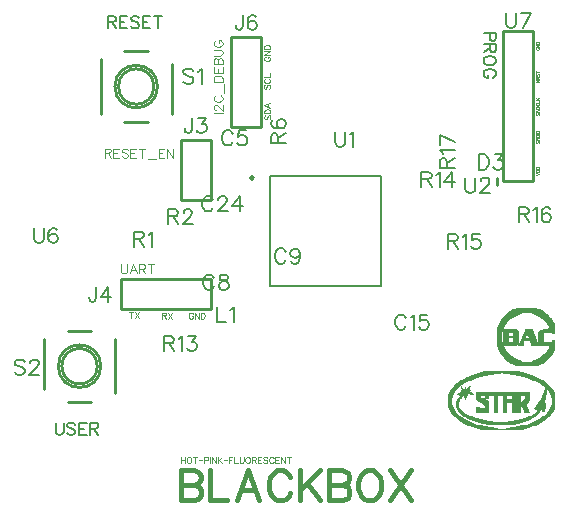
<source format=gbr>
%TF.GenerationSoftware,Novarm,DipTrace,3.3.0.1*%
%TF.CreationDate,2018-11-14T10:12:59-08:00*%
%FSLAX26Y26*%
%MOIN*%
%TF.FileFunction,Legend,Top*%
%TF.Part,Single*%
%ADD10C,0.009843*%
%ADD12C,0.003*%
%ADD32C,0.007874*%
%ADD97C,0.00772*%
%ADD98C,0.015439*%
%ADD99C,0.006176*%
%ADD100C,0.003088*%
%ADD101C,0.004632*%
%ADD102C,0.001544*%
G75*
G01*
%LPD*%
X2046406Y1506889D2*
D10*
Y1530511D1*
X993380Y1456031D2*
X1093380D1*
X993380Y1656031D2*
Y1456031D1*
Y1656031D2*
X1093380D1*
Y1456031D1*
X1093700Y1193700D2*
Y1093700D1*
X793700D1*
Y1193700D2*
Y1093700D1*
X1093700Y1193700D2*
X793700D1*
X1162112Y1999745D2*
X1262112D1*
Y1699745D1*
X1162112D2*
X1262112D1*
X1162112Y1999745D2*
Y1699745D1*
X774257Y1833997D2*
G02X774257Y1833997I70861J0D01*
G01*
X727000Y1924552D2*
Y1743441D1*
X805720Y1715871D2*
X884490D1*
X963235Y1743441D2*
Y1908797D1*
X884490Y1952122D2*
X805720D1*
X786046Y1833997D2*
G02X786046Y1833997I59059J0D01*
G01*
X585422Y901902D2*
G02X585422Y901902I70861J0D01*
G01*
X774400Y811347D2*
Y992457D1*
X695680Y1020027D2*
X616910D1*
X538165Y992457D2*
Y827101D1*
X616910Y783777D2*
X695680D1*
X597236Y901902D2*
G02X597236Y901902I59059J0D01*
G01*
X1292264Y1536375D2*
D32*
X1660391D1*
Y1168248D1*
X1292264D1*
Y1536375D1*
X1226337Y1529491D2*
D10*
G02X1226337Y1529491I4925J0D01*
G01*
X2068700Y1518699D2*
X2168700D1*
X2068700Y2018699D2*
Y1518699D1*
X2168700Y2018699D2*
Y1518699D1*
X2068700Y2018699D2*
X2168700D1*
X2115700Y1096949D2*
D12*
X2175700D1*
X2108327Y1093949D2*
X2182971D1*
X2101571Y1090949D2*
X2189436D1*
X2095529Y1087949D2*
X2195047D1*
X2090171Y1084949D2*
X2200066D1*
X2085362Y1081949D2*
X2204691D1*
X2081073Y1078949D2*
X2124940D1*
X2166110D2*
X2208897D1*
X2077328Y1075949D2*
X2116838D1*
X2173853D2*
X2212692D1*
X2073973Y1072949D2*
X2109893D1*
X2180741D2*
X2216221D1*
X2070919Y1069949D2*
X2104137D1*
X2186728D2*
X2219428D1*
X2068237Y1066949D2*
X2099284D1*
X2191721D2*
X2222095D1*
X2065943Y1063949D2*
X2094955D1*
X2195818D2*
X2224432D1*
X2063809Y1060949D2*
X2090802D1*
X2199339D2*
X2226625D1*
X2061723Y1057949D2*
X2086948D1*
X2202562D2*
X2228657D1*
X2059824Y1054949D2*
X2083732D1*
X2205638D2*
X2230671D1*
X2058114Y1051949D2*
X2081156D1*
X2208565D2*
X2232707D1*
X2056514Y1048949D2*
X2078894D1*
X2211195D2*
X2234575D1*
X2054976Y1045949D2*
X2076743D1*
X2213468D2*
X2236172D1*
X2053469Y1042949D2*
X2074730D1*
X2215595D2*
X2237376D1*
X2052060Y1039949D2*
X2072736D1*
X2217678D2*
X2238089D1*
X2050844Y1036949D2*
X2070809D1*
X2219567D2*
X2238444D1*
X2049787Y1033949D2*
X2069324D1*
X2221199D2*
X2238600D1*
X2048729Y1030949D2*
X2068443D1*
X2222551D2*
X2238663D1*
X2047810Y1027949D2*
X2067987D1*
X2223700D2*
X2238687D1*
X2047225Y1024949D2*
X2112700D1*
X2139700D2*
X2163700D1*
X2206416D2*
X2238696D1*
X2046924Y1021949D2*
X2115470D1*
X2142700D2*
X2164840D1*
X2195152D2*
X2238699D1*
X2046788Y1018949D2*
X2117521D1*
X2140840D2*
X2166117D1*
X2187935D2*
X2238700D1*
X2046733Y1015949D2*
X2061700D1*
X2067700D2*
X2118147D1*
X2139129D2*
X2167417D1*
X2185853D2*
X2238700D1*
X2046712Y1012949D2*
X2061700D1*
X2067700D2*
X2085700D1*
X2100700D2*
X2118460D1*
X2137534D2*
X2168585D1*
X2185215D2*
X2202700D1*
X2229700D2*
X2238700D1*
X2046704Y1009949D2*
X2061700D1*
X2067700D2*
X2085700D1*
X2100700D2*
X2118487D1*
X2136085D2*
X2169635D1*
X2184902D2*
X2202700D1*
X2046701Y1006949D2*
X2061700D1*
X2067700D2*
X2085700D1*
X2100700D2*
X2118079D1*
X2134853D2*
X2170792D1*
X2184774D2*
X2202700D1*
X2046700Y1003949D2*
X2061700D1*
X2067700D2*
X2117075D1*
X2133779D2*
X2142148D1*
X2152252D2*
X2172091D1*
X2184726D2*
X2202700D1*
X2046700Y1000949D2*
X2061700D1*
X2067700D2*
X2115700D1*
X2132613D2*
X2141096D1*
X2153304D2*
X2173405D1*
X2184709D2*
X2202700D1*
X2046700Y997949D2*
X2061700D1*
X2067700D2*
X2117085D1*
X2131299D2*
X2139700D1*
X2154700D2*
X2174580D1*
X2184703D2*
X2202700D1*
X2046700Y994949D2*
X2061700D1*
X2067700D2*
X2085700D1*
X2100700D2*
X2117946D1*
X2129890D2*
X2175624D1*
X2184701D2*
X2202700D1*
X2046700Y991949D2*
X2061700D1*
X2067700D2*
X2085700D1*
X2100700D2*
X2118382D1*
X2128435D2*
X2176702D1*
X2184700D2*
X2202700D1*
X2046700Y988949D2*
X2061700D1*
X2067700D2*
X2085700D1*
X2100700D2*
X2118576D1*
X2127030D2*
X2177749D1*
X2184700D2*
X2202700D1*
X2232700D2*
X2238700D1*
X2046700Y985949D2*
X2061700D1*
X2067700D2*
X2085700D1*
X2100700D2*
X2118657D1*
X2125786D2*
X2133700D1*
X2157110D2*
X2178700D1*
X2184700D2*
X2202700D1*
X2229700D2*
X2238700D1*
X2046700Y982949D2*
X2118700D1*
X2124700D2*
X2133700D1*
X2158865D2*
X2238700D1*
X2046712Y979949D2*
X2133700D1*
X2159873D2*
X2238700D1*
X2046817Y976949D2*
X2133700D1*
X2160383D2*
X2238700D1*
X2047200Y973949D2*
X2109700D1*
X2118700D2*
X2133700D1*
X2160700D2*
X2184700D1*
X2193700D2*
X2238700D1*
X2047930Y970949D2*
X2068175D1*
X2223700D2*
X2238700D1*
X2048804Y967949D2*
X2069025D1*
X2222548D2*
X2238700D1*
X2049722Y964949D2*
X2070195D1*
X2221166D2*
X2238688D1*
X2050824Y961949D2*
X2071556D1*
X2219484D2*
X2238583D1*
X2052114Y958949D2*
X2073104D1*
X2217585D2*
X2238189D1*
X2053514Y955949D2*
X2074973D1*
X2215660D2*
X2237353D1*
X2054976Y952949D2*
X2077291D1*
X2213587D2*
X2236096D1*
X2056469Y949949D2*
X2079949D1*
X2211173D2*
X2234460D1*
X2058071Y946949D2*
X2082797D1*
X2208476D2*
X2232577D1*
X2059961Y943949D2*
X2085736D1*
X2205611D2*
X2230658D1*
X2062275Y940949D2*
X2088724D1*
X2202655D2*
X2228586D1*
X2064830Y937949D2*
X2091833D1*
X2199559D2*
X2226173D1*
X2067309Y934949D2*
X2095342D1*
X2196056D2*
X2223475D1*
X2069635Y931949D2*
X2099676D1*
X2191723D2*
X2220611D1*
X2072225Y928949D2*
X2105161D1*
X2186238D2*
X2217667D1*
X2075424Y925949D2*
X2111878D1*
X2179522D2*
X2214677D1*
X2079017Y922949D2*
X2119578D1*
X2171822D2*
X2211579D1*
X2082806Y919949D2*
X2127700D1*
X2163700D2*
X2208176D1*
X2086879Y916949D2*
X2204235D1*
X2091368Y913949D2*
X2199583D1*
X2096610Y910949D2*
X2194107D1*
X2102866Y907949D2*
X2188001D1*
X2109700Y904949D2*
X2181700D1*
X2007200Y884449D2*
X2115200D1*
X1994978Y881449D2*
X2128447D1*
X1983617Y878449D2*
X2045684D1*
X2079716D2*
X2140690D1*
X1973362Y875449D2*
X2024180D1*
X2101220D2*
X2151419D1*
X1964286Y872449D2*
X2006508D1*
X2118892D2*
X2160513D1*
X1956131Y869449D2*
X1992163D1*
X2133237D2*
X2168464D1*
X1948791Y866449D2*
X1980549D1*
X2144851D2*
X2175808D1*
X1942364Y863449D2*
X1971207D1*
X2154193D2*
X2182501D1*
X1936705Y860449D2*
X1963494D1*
X2161906D2*
X2188413D1*
X1931422Y857449D2*
X1956717D1*
X2168683D2*
X2193849D1*
X1926366Y854449D2*
X1950406D1*
X2174994D2*
X2198969D1*
X1921732Y851449D2*
X1944387D1*
X2181001D2*
X2203543D1*
X1917455Y848449D2*
X1938735D1*
X2186559D2*
X2207556D1*
X1913296Y845449D2*
X1933555D1*
X2191463D2*
X2211383D1*
X1909346Y842449D2*
X1928818D1*
X2195863D2*
X2215284D1*
X1905852Y839449D2*
X1924558D1*
X1956200D2*
D3*
X2200061D2*
X2219025D1*
X1902927Y836449D2*
X1920823D1*
X1926200D2*
D3*
X1953200D2*
X1956200D1*
X2203914D2*
X2222195D1*
X1900508Y833449D2*
X1917472D1*
X1927349D2*
X1929200D1*
X1941200D2*
D3*
X1950200D2*
X1955051D1*
X2207319D2*
X2224765D1*
X1898232Y830449D2*
X1914418D1*
X1928716D2*
X1932200D1*
X1941200D2*
D3*
X1947200D2*
X1953684D1*
X2209066D2*
X2227115D1*
X1895839Y827449D2*
X1911737D1*
X1930357D2*
X1952043D1*
X2208998D2*
X2229540D1*
X1893504Y824449D2*
X1909443D1*
X1932200D2*
X1950200D1*
X2207613D2*
X2211200D1*
X2217778D2*
X2231889D1*
X1891452Y821449D2*
X1907309D1*
X1926200D2*
X1956200D1*
X2206075D2*
X2211200D1*
X2218918D2*
X2233933D1*
X1889667Y818449D2*
X1905223D1*
X1929200D2*
X1953200D1*
X2204520D2*
X2211188D1*
X2220519D2*
X2235615D1*
X1888046Y815449D2*
X1903324D1*
X1924596D2*
X1957804D1*
X1977200D2*
X2154200D1*
X2202980D2*
X2211083D1*
X2222208D2*
X2236854D1*
X1886600Y812449D2*
X1901614D1*
X1919523D2*
X1962877D1*
X1977200D2*
X2154200D1*
X2201464D2*
X2210700D1*
X2223834D2*
X2237581D1*
X1885471Y809449D2*
X1900026D1*
X1914200D2*
X1926200D1*
X1932097D2*
X1949261D1*
X1956200D2*
X1968200D1*
X1977200D2*
X2154200D1*
X2199965D2*
X2209982D1*
X2225391D2*
X2237941D1*
X1884790Y806449D2*
X1898581D1*
X1928818D2*
X1947668D1*
X1977200D2*
X2154200D1*
X2198558D2*
X2209213D1*
X2226813D2*
X2238099D1*
X1884449Y803449D2*
X1897352D1*
X1925482D2*
X1932212D1*
X1937610D2*
X1945732D1*
X1977200D2*
X1989578D1*
X2007200D2*
X2019200D1*
X2037200D2*
X2049200D1*
X2067200D2*
X2079200D1*
X2097200D2*
X2124200D1*
X2142200D2*
X2154200D1*
X2197343D2*
X2208678D1*
X2227945D2*
X2238163D1*
X1884297Y800449D2*
X1896290D1*
X1922443D2*
X1929317D1*
X1939365D2*
X1943962D1*
X1977200D2*
X1990430D1*
X2007200D2*
X2019200D1*
X2037200D2*
X2049200D1*
X2067200D2*
X2079200D1*
X2097200D2*
X2124200D1*
X2142177D2*
X2154200D1*
X2196287D2*
X2208294D1*
X2228728D2*
X2238187D1*
X1884236Y797449D2*
X1895230D1*
X1919794D2*
X1926711D1*
X1940373D2*
X1942627D1*
X1977223D2*
X1994552D1*
X2007200D2*
X2019200D1*
X2037200D2*
X2049200D1*
X2067200D2*
X2079200D1*
X2097200D2*
X2124200D1*
X2141942D2*
X2154200D1*
X2195218D2*
X2207785D1*
X2229451D2*
X2238196D1*
X1884213Y794449D2*
X1894310D1*
X1917433D2*
X1924535D1*
X1940883D2*
X1941793D1*
X1977470D2*
X2000390D1*
X2037200D2*
X2049200D1*
X2067200D2*
X2079200D1*
X2097200D2*
X2124200D1*
X2141380D2*
X2154188D1*
X2194169D2*
X2207013D1*
X2230321D2*
X2238199D1*
X1884204Y791449D2*
X1893726D1*
X1915420D2*
X1922698D1*
X1941200D2*
D3*
X1978067D2*
X2006836D1*
X2037200D2*
X2049200D1*
X2067200D2*
X2124200D1*
X2138639D2*
X2154071D1*
X2192980D2*
X2206224D1*
X2231140D2*
X2238200D1*
X1884201Y788449D2*
X1893436D1*
X1913763D2*
X1921057D1*
X1980739D2*
X2012274D1*
X2037200D2*
X2049200D1*
X2067200D2*
X2124200D1*
X2134720D2*
X2153560D1*
X2191090D2*
X2205705D1*
X2231581D2*
X2238200D1*
X1884200Y785449D2*
X1893406D1*
X1912537D2*
X1919604D1*
X1986369D2*
X2016458D1*
X2037200D2*
X2049200D1*
X2067200D2*
X2124200D1*
X2130200D2*
X2152589D1*
X2188354D2*
X2205530D1*
X2231485D2*
X2238200D1*
X1884200Y782449D2*
X1893732D1*
X1911815D2*
X1918473D1*
X1992787D2*
X2017886D1*
X2037200D2*
X2049200D1*
X2067200D2*
X2149870D1*
X2185413D2*
X2205784D1*
X2230896D2*
X2238200D1*
X1884200Y779449D2*
X1894441D1*
X1911457D2*
X1917791D1*
X1998694D2*
X2018647D1*
X2037200D2*
X2049200D1*
X2067200D2*
X2079200D1*
X2097200D2*
X2146290D1*
X2182904D2*
X2206450D1*
X2230169D2*
X2238200D1*
X1884200Y776449D2*
X1895308D1*
X1911300D2*
X1917449D1*
X2003576D2*
X2018986D1*
X2037200D2*
X2049200D1*
X2067200D2*
X2079200D1*
X2097200D2*
X2142200D1*
X2180865D2*
X2207198D1*
X2229561D2*
X2238200D1*
X1884212Y773449D2*
X1896223D1*
X1911237D2*
X1917309D1*
X2005755D2*
X2019122D1*
X2037200D2*
X2049200D1*
X2067200D2*
X2079200D1*
X2097200D2*
X2144048D1*
X2179114D2*
X2207703D1*
X2228896D2*
X2238200D1*
X1884317Y770449D2*
X1897324D1*
X1911225D2*
X1917365D1*
X2006531D2*
X2019173D1*
X2037200D2*
X2049200D1*
X2067200D2*
X2079200D1*
X2097200D2*
X2145666D1*
X2177504D2*
X2207873D1*
X2227948D2*
X2238200D1*
X1884711Y767449D2*
X1898614D1*
X1911333D2*
X1917841D1*
X1977200D2*
X1989200D1*
X2006945D2*
X2019191D1*
X2037200D2*
X2049200D1*
X2067200D2*
X2079200D1*
X2097200D2*
X2124200D1*
X2129725D2*
X2146984D1*
X2175884D2*
X2207617D1*
X2226733D2*
X2238188D1*
X1885535Y764449D2*
X1900026D1*
X1911818D2*
X1919051D1*
X1977200D2*
X1989200D1*
X2007200D2*
X2019197D1*
X2037200D2*
X2049200D1*
X2067200D2*
X2079200D1*
X2097200D2*
X2124200D1*
X2131864D2*
X2148085D1*
X2174119D2*
X2206951D1*
X2225354D2*
X2238083D1*
X1886698Y761449D2*
X1901581D1*
X1912930D2*
X1921035D1*
X1977200D2*
X2019199D1*
X2037200D2*
X2049200D1*
X2067200D2*
X2079200D1*
X2097200D2*
X2124200D1*
X2133599D2*
X2149172D1*
X2172200D2*
X2206201D1*
X2223811D2*
X2237689D1*
X1888057Y758449D2*
X1903352D1*
X1914534D2*
X1923545D1*
X1977200D2*
X2019200D1*
X2037200D2*
X2049200D1*
X2067200D2*
X2079200D1*
X2097200D2*
X2124200D1*
X2134970D2*
X2150213D1*
X2178012D2*
X2205683D1*
X2222046D2*
X2236853D1*
X1889604Y755449D2*
X1905290D1*
X1916326D2*
X1926345D1*
X1977200D2*
X2019200D1*
X2037200D2*
X2049200D1*
X2067200D2*
X2079200D1*
X2097200D2*
X2124200D1*
X2136170D2*
X2151265D1*
X2184200D2*
X2190664D1*
X2196200D2*
X2205392D1*
X2220109D2*
X2235584D1*
X1891461Y752449D2*
X1907230D1*
X1918345D2*
X1929377D1*
X1977200D2*
X2019200D1*
X2037200D2*
X2049200D1*
X2067200D2*
X2079200D1*
X2097200D2*
X2124200D1*
X2137576D2*
X2152609D1*
X2181086D2*
X2188407D1*
X2199200D2*
X2205200D1*
X2218169D2*
X2233843D1*
X1893674Y749449D2*
X1909310D1*
X1920750D2*
X1932845D1*
X1977200D2*
X2019200D1*
X2037200D2*
X2049200D1*
X2067200D2*
X2079200D1*
X2097200D2*
X2124200D1*
X2139200D2*
X2154200D1*
X2177690D2*
X2186184D1*
X2216090D2*
X2231578D1*
X1895949Y746449D2*
X1911737D1*
X1923546D2*
X1937052D1*
X2173865D2*
X2183698D1*
X2213663D2*
X2228940D1*
X1898091Y743449D2*
X1914541D1*
X1926801D2*
X1942047D1*
X2169702D2*
X2180871D1*
X2210859D2*
X2226099D1*
X1900366Y740449D2*
X1917788D1*
X1930580D2*
X1947674D1*
X2165331D2*
X2177605D1*
X2207612D2*
X2223163D1*
X1903202Y737449D2*
X1921463D1*
X1934827D2*
X1953961D1*
X2160667D2*
X2173822D1*
X2203937D2*
X2220187D1*
X1906634Y734449D2*
X1925328D1*
X1939573D2*
X1961107D1*
X2155287D2*
X2169573D1*
X2200072D2*
X2217184D1*
X1910284Y731449D2*
X1929343D1*
X1944953D2*
X1969215D1*
X2148587D2*
X2164839D1*
X2196057D2*
X2214081D1*
X1913871Y728449D2*
X1933836D1*
X1951100D2*
X1978565D1*
X2139974D2*
X2159553D1*
X2191564D2*
X2210688D1*
X1917617Y725449D2*
X1938950D1*
X1958277D2*
X1990064D1*
X2128402D2*
X2153682D1*
X2186450D2*
X2206853D1*
X1921849Y722449D2*
X1944524D1*
X1966723D2*
X2004585D1*
X2112861D2*
X2146818D1*
X2180876D2*
X2202584D1*
X1926516Y719449D2*
X1950450D1*
X1976655D2*
X2021795D1*
X2093810D2*
X2138218D1*
X2174950D2*
X2197843D1*
X1931432Y716449D2*
X1956873D1*
X1988346D2*
X2127347D1*
X2168527D2*
X2192578D1*
X1936841Y713449D2*
X1964074D1*
X2001795D2*
X2114330D1*
X2161326D2*
X2186928D1*
X1942967Y710449D2*
X1972180D1*
X2016200D2*
X2100200D1*
X2153209D2*
X2180970D1*
X1949556Y707449D2*
X1981362D1*
X2143933D2*
X2174534D1*
X1956558Y704449D2*
X1992437D1*
X2132587D2*
X2167329D1*
X1964496Y701449D2*
X2006862D1*
X2117882D2*
X2159236D1*
X1973793Y698449D2*
X2025363D1*
X2099514D2*
X2150266D1*
X1984245Y695449D2*
X2046200D1*
X2079200D2*
X2140460D1*
X1995200Y692449D2*
X2130200D1*
X2115700Y1096949D2*
X2108327Y1093949D1*
X2101571Y1090949D1*
X2095529Y1087949D1*
X2090171Y1084949D1*
X2085362Y1081949D1*
X2081073Y1078949D1*
X2077328Y1075949D1*
X2073973Y1072949D1*
X2070919Y1069949D1*
X2068237Y1066949D1*
X2065943Y1063949D1*
X2063809Y1060949D1*
X2061723Y1057949D1*
X2059824Y1054949D1*
X2058114Y1051949D1*
X2056514Y1048949D1*
X2054976Y1045949D1*
X2053469Y1042949D1*
X2052060Y1039949D1*
X2050844Y1036949D1*
X2049787Y1033949D1*
X2048729Y1030949D1*
X2047810Y1027949D1*
X2047225Y1024949D1*
X2046924Y1021949D1*
X2046788Y1018949D1*
X2046733Y1015949D1*
X2046712Y1012949D1*
X2046704Y1009949D1*
X2046701Y1006949D1*
X2046700Y1003949D1*
Y1000949D1*
Y997949D1*
Y994949D1*
Y991949D1*
Y988949D1*
Y985949D1*
Y982949D1*
X2046712Y979949D1*
X2046817Y976949D1*
X2047200Y973949D1*
X2047930Y970949D1*
X2048804Y967949D1*
X2049722Y964949D1*
X2050824Y961949D1*
X2052114Y958949D1*
X2053514Y955949D1*
X2054976Y952949D1*
X2056469Y949949D1*
X2058071Y946949D1*
X2059961Y943949D1*
X2062275Y940949D1*
X2064830Y937949D1*
X2067309Y934949D1*
X2069635Y931949D1*
X2072225Y928949D1*
X2075424Y925949D1*
X2079017Y922949D1*
X2082806Y919949D1*
X2086879Y916949D1*
X2091368Y913949D1*
X2096610Y910949D1*
X2102866Y907949D1*
X2109700Y904949D1*
X2175700Y1096949D2*
X2182971Y1093949D1*
X2189436Y1090949D1*
X2195047Y1087949D1*
X2200066Y1084949D1*
X2204691Y1081949D1*
X2208897Y1078949D1*
X2212692Y1075949D1*
X2216221Y1072949D1*
X2219428Y1069949D1*
X2222095Y1066949D1*
X2224432Y1063949D1*
X2226625Y1060949D1*
X2228657Y1057949D1*
X2230671Y1054949D1*
X2232707Y1051949D1*
X2234575Y1048949D1*
X2236172Y1045949D1*
X2237376Y1042949D1*
X2238089Y1039949D1*
X2238444Y1036949D1*
X2238600Y1033949D1*
X2238663Y1030949D1*
X2238687Y1027949D1*
X2238696Y1024949D1*
X2238699Y1021949D1*
X2238700Y1018949D1*
Y1015949D1*
Y1012949D1*
X2133700Y1081949D2*
X2124940Y1078949D1*
X2116838Y1075949D1*
X2109893Y1072949D1*
X2104137Y1069949D1*
X2099284Y1066949D1*
X2094955Y1063949D1*
X2090802Y1060949D1*
X2086948Y1057949D1*
X2083732Y1054949D1*
X2081156Y1051949D1*
X2078894Y1048949D1*
X2076743Y1045949D1*
X2074730Y1042949D1*
X2072736Y1039949D1*
X2070809Y1036949D1*
X2069324Y1033949D1*
X2068443Y1030949D1*
X2067987Y1027949D1*
X2067700Y1024949D1*
X2157700Y1081949D2*
X2166110Y1078949D1*
X2173853Y1075949D1*
X2180741Y1072949D1*
X2186728Y1069949D1*
X2191721Y1066949D1*
X2195818Y1063949D1*
X2199339Y1060949D1*
X2202562Y1057949D1*
X2205638Y1054949D1*
X2208565Y1051949D1*
X2211195Y1048949D1*
X2213468Y1045949D1*
X2215595Y1042949D1*
X2217678Y1039949D1*
X2219567Y1036949D1*
X2221199Y1033949D1*
X2222551Y1030949D1*
X2223700Y1027949D1*
X2206416Y1024949D1*
X2195152Y1021949D1*
X2187935Y1018949D1*
X2185853Y1015949D1*
X2185215Y1012949D1*
X2184902Y1009949D1*
X2184774Y1006949D1*
X2184726Y1003949D1*
X2184709Y1000949D1*
X2184703Y997949D1*
X2184701Y994949D1*
X2184700Y991949D1*
Y988949D1*
Y985949D1*
X2112700Y1024949D2*
X2115470Y1021949D1*
X2117521Y1018949D1*
X2118147Y1015949D1*
X2118460Y1012949D1*
X2118487Y1009949D1*
X2118079Y1006949D1*
X2117075Y1003949D1*
X2115700Y1000949D1*
X2117085Y997949D1*
X2117946Y994949D1*
X2118382Y991949D1*
X2118576Y988949D1*
X2118657Y985949D1*
X2118700Y982949D1*
X2139700Y1024949D2*
X2142700Y1021949D1*
X2140840Y1018949D1*
X2139129Y1015949D1*
X2137534Y1012949D1*
X2136085Y1009949D1*
X2134853Y1006949D1*
X2133779Y1003949D1*
X2132613Y1000949D1*
X2131299Y997949D1*
X2129890Y994949D1*
X2128435Y991949D1*
X2127030Y988949D1*
X2125786Y985949D1*
X2124700Y982949D1*
X2163700Y1024949D2*
X2164840Y1021949D1*
X2166117Y1018949D1*
X2167417Y1015949D1*
X2168585Y1012949D1*
X2169635Y1009949D1*
X2170792Y1006949D1*
X2172091Y1003949D1*
X2173405Y1000949D1*
X2174580Y997949D1*
X2175624Y994949D1*
X2176702Y991949D1*
X2177749Y988949D1*
X2178700Y985949D1*
X2061700Y1018949D2*
Y1015949D1*
Y1012949D1*
Y1009949D1*
Y1006949D1*
Y1003949D1*
Y1000949D1*
Y997949D1*
Y994949D1*
Y991949D1*
Y988949D1*
Y985949D1*
X2067700Y1018949D2*
Y1015949D1*
Y1012949D1*
Y1009949D1*
Y1006949D1*
Y1003949D1*
Y1000949D1*
Y997949D1*
Y994949D1*
Y991949D1*
Y988949D1*
Y985949D1*
X2085700Y1015949D2*
Y1012949D1*
Y1009949D1*
Y1006949D1*
X2100700Y1015949D2*
Y1012949D1*
Y1009949D1*
Y1006949D1*
X2202700Y1015949D2*
Y1012949D1*
Y1009949D1*
Y1006949D1*
Y1003949D1*
Y1000949D1*
Y997949D1*
Y994949D1*
Y991949D1*
Y988949D1*
Y985949D1*
X2226700Y1015949D2*
X2229700Y1012949D1*
X2142700Y1006949D2*
X2142148Y1003949D1*
X2141096Y1000949D1*
X2139700Y997949D1*
X2151700Y1006949D2*
X2152252Y1003949D1*
X2153304Y1000949D1*
X2154700Y997949D1*
X2085700D2*
Y994949D1*
Y991949D1*
Y988949D1*
Y985949D1*
X2100700Y997949D2*
Y994949D1*
Y991949D1*
Y988949D1*
Y985949D1*
X2232700Y988949D2*
X2229700Y985949D1*
X2238700Y988949D2*
Y985949D1*
Y982949D1*
Y979949D1*
Y976949D1*
Y973949D1*
Y970949D1*
Y967949D1*
X2238688Y964949D1*
X2238583Y961949D1*
X2238189Y958949D1*
X2237353Y955949D1*
X2236096Y952949D1*
X2234460Y949949D1*
X2232577Y946949D1*
X2230658Y943949D1*
X2228586Y940949D1*
X2226173Y937949D1*
X2223475Y934949D1*
X2220611Y931949D1*
X2217667Y928949D1*
X2214677Y925949D1*
X2211579Y922949D1*
X2208176Y919949D1*
X2204235Y916949D1*
X2199583Y913949D1*
X2194107Y910949D1*
X2188001Y907949D1*
X2181700Y904949D1*
X2133700Y988949D2*
Y985949D1*
Y982949D1*
Y979949D1*
Y976949D1*
Y973949D1*
X2154700Y988949D2*
X2157110Y985949D1*
X2158865Y982949D1*
X2159873Y979949D1*
X2160383Y976949D1*
X2160700Y973949D1*
X2112700Y976949D2*
X2109700Y973949D1*
X2115700Y976949D2*
X2118700Y973949D1*
X2187700Y976949D2*
X2184700Y973949D1*
X2163700Y976949D2*
X2193700Y973949D1*
X2223700Y970949D1*
X2222548Y967949D1*
X2221166Y964949D1*
X2219484Y961949D1*
X2217585Y958949D1*
X2215660Y955949D1*
X2213587Y952949D1*
X2211173Y949949D1*
X2208476Y946949D1*
X2205611Y943949D1*
X2202655Y940949D1*
X2199559Y937949D1*
X2196056Y934949D1*
X2191723Y931949D1*
X2186238Y928949D1*
X2179522Y925949D1*
X2171822Y922949D1*
X2163700Y919949D1*
X2067700Y973949D2*
X2068175Y970949D1*
X2069025Y967949D1*
X2070195Y964949D1*
X2071556Y961949D1*
X2073104Y958949D1*
X2074973Y955949D1*
X2077291Y952949D1*
X2079949Y949949D1*
X2082797Y946949D1*
X2085736Y943949D1*
X2088724Y940949D1*
X2091833Y937949D1*
X2095342Y934949D1*
X2099676Y931949D1*
X2105161Y928949D1*
X2111878Y925949D1*
X2119578Y922949D1*
X2127700Y919949D1*
X2007200Y884449D2*
X1994978Y881449D1*
X1983617Y878449D1*
X1973362Y875449D1*
X1964286Y872449D1*
X1956131Y869449D1*
X1948791Y866449D1*
X1942364Y863449D1*
X1936705Y860449D1*
X1931422Y857449D1*
X1926366Y854449D1*
X1921732Y851449D1*
X1917455Y848449D1*
X1913296Y845449D1*
X1909346Y842449D1*
X1905852Y839449D1*
X1902927Y836449D1*
X1900508Y833449D1*
X1898232Y830449D1*
X1895839Y827449D1*
X1893504Y824449D1*
X1891452Y821449D1*
X1889667Y818449D1*
X1888046Y815449D1*
X1886600Y812449D1*
X1885471Y809449D1*
X1884790Y806449D1*
X1884449Y803449D1*
X1884297Y800449D1*
X1884236Y797449D1*
X1884213Y794449D1*
X1884204Y791449D1*
X1884201Y788449D1*
X1884200Y785449D1*
Y782449D1*
Y779449D1*
Y776449D1*
X1884212Y773449D1*
X1884317Y770449D1*
X1884711Y767449D1*
X1885535Y764449D1*
X1886698Y761449D1*
X1888057Y758449D1*
X1889604Y755449D1*
X1891461Y752449D1*
X1893674Y749449D1*
X1895949Y746449D1*
X1898091Y743449D1*
X1900366Y740449D1*
X1903202Y737449D1*
X1906634Y734449D1*
X1910284Y731449D1*
X1913871Y728449D1*
X1917617Y725449D1*
X1921849Y722449D1*
X1926516Y719449D1*
X1931432Y716449D1*
X1936841Y713449D1*
X1942967Y710449D1*
X1949556Y707449D1*
X1956558Y704449D1*
X1964496Y701449D1*
X1973793Y698449D1*
X1984245Y695449D1*
X1995200Y692449D1*
X2115200Y884449D2*
X2128447Y881449D1*
X2140690Y878449D1*
X2151419Y875449D1*
X2160513Y872449D1*
X2168464Y869449D1*
X2175808Y866449D1*
X2182501Y863449D1*
X2188413Y860449D1*
X2193849Y857449D1*
X2198969Y854449D1*
X2203543Y851449D1*
X2207556Y848449D1*
X2211383Y845449D1*
X2215284Y842449D1*
X2219025Y839449D1*
X2222195Y836449D1*
X2224765Y833449D1*
X2227115Y830449D1*
X2229540Y827449D1*
X2231889Y824449D1*
X2233933Y821449D1*
X2235615Y818449D1*
X2236854Y815449D1*
X2237581Y812449D1*
X2237941Y809449D1*
X2238099Y806449D1*
X2238163Y803449D1*
X2238187Y800449D1*
X2238196Y797449D1*
X2238199Y794449D1*
X2238200Y791449D1*
Y788449D1*
Y785449D1*
Y782449D1*
Y779449D1*
Y776449D1*
Y773449D1*
Y770449D1*
X2238188Y767449D1*
X2238083Y764449D1*
X2237689Y761449D1*
X2236853Y758449D1*
X2235584Y755449D1*
X2233843Y752449D1*
X2231578Y749449D1*
X2228940Y746449D1*
X2226099Y743449D1*
X2223163Y740449D1*
X2220187Y737449D1*
X2217184Y734449D1*
X2214081Y731449D1*
X2210688Y728449D1*
X2206853Y725449D1*
X2202584Y722449D1*
X2197843Y719449D1*
X2192578Y716449D1*
X2186928Y713449D1*
X2180970Y710449D1*
X2174534Y707449D1*
X2167329Y704449D1*
X2159236Y701449D1*
X2150266Y698449D1*
X2140460Y695449D1*
X2130200Y692449D1*
X2070200Y881449D2*
X2045684Y878449D1*
X2024180Y875449D1*
X2006508Y872449D1*
X1992163Y869449D1*
X1980549Y866449D1*
X1971207Y863449D1*
X1963494Y860449D1*
X1956717Y857449D1*
X1950406Y854449D1*
X1944387Y851449D1*
X1938735Y848449D1*
X1933555Y845449D1*
X1928818Y842449D1*
X1924558Y839449D1*
X1920823Y836449D1*
X1917472Y833449D1*
X1914418Y830449D1*
X1911737Y827449D1*
X1909443Y824449D1*
X1907309Y821449D1*
X1905223Y818449D1*
X1903324Y815449D1*
X1901614Y812449D1*
X1900026Y809449D1*
X1898581Y806449D1*
X1897352Y803449D1*
X1896290Y800449D1*
X1895230Y797449D1*
X1894310Y794449D1*
X1893726Y791449D1*
X1893436Y788449D1*
X1893406Y785449D1*
X1893732Y782449D1*
X1894441Y779449D1*
X1895308Y776449D1*
X1896223Y773449D1*
X1897324Y770449D1*
X1898614Y767449D1*
X1900026Y764449D1*
X1901581Y761449D1*
X1903352Y758449D1*
X1905290Y755449D1*
X1907230Y752449D1*
X1909310Y749449D1*
X1911737Y746449D1*
X1914541Y743449D1*
X1917788Y740449D1*
X1921463Y737449D1*
X1925328Y734449D1*
X1929343Y731449D1*
X1933836Y728449D1*
X1938950Y725449D1*
X1944524Y722449D1*
X1950450Y719449D1*
X1956873Y716449D1*
X1964074Y713449D1*
X1972180Y710449D1*
X1981362Y707449D1*
X1992437Y704449D1*
X2006862Y701449D1*
X2025363Y698449D1*
X2046200Y695449D1*
X2055200Y881449D2*
X2079716Y878449D1*
X2101220Y875449D1*
X2118892Y872449D1*
X2133237Y869449D1*
X2144851Y866449D1*
X2154193Y863449D1*
X2161906Y860449D1*
X2168683Y857449D1*
X2174994Y854449D1*
X2181001Y851449D1*
X2186559Y848449D1*
X2191463Y845449D1*
X2195863Y842449D1*
X2200061Y839449D1*
X2203914Y836449D1*
X2207319Y833449D1*
X2209066Y830449D1*
X2208998Y827449D1*
X2207613Y824449D1*
X2206075Y821449D1*
X2204520Y818449D1*
X2202980Y815449D1*
X2201464Y812449D1*
X2199965Y809449D1*
X2198558Y806449D1*
X2197343Y803449D1*
X2196287Y800449D1*
X2195218Y797449D1*
X2194169Y794449D1*
X2192980Y791449D1*
X2191090Y788449D1*
X2188354Y785449D1*
X2185413Y782449D1*
X2182904Y779449D1*
X2180865Y776449D1*
X2179114Y773449D1*
X2177504Y770449D1*
X2175884Y767449D1*
X2174119Y764449D1*
X2172200Y761449D1*
X2178012Y758449D1*
X2184200Y755449D1*
X2181086Y752449D1*
X2177690Y749449D1*
X2173865Y746449D1*
X2169702Y743449D1*
X2165331Y740449D1*
X2160667Y737449D1*
X2155287Y734449D1*
X2148587Y731449D1*
X2139974Y728449D1*
X2128402Y725449D1*
X2112861Y722449D1*
X2093810Y719449D1*
X2073200Y716449D1*
X1956200Y839449D2*
X1953200Y836449D1*
X1950200Y833449D1*
X1947200Y830449D1*
X1926200Y836449D2*
X1927349Y833449D1*
X1928716Y830449D1*
X1930357Y827449D1*
X1932200Y824449D1*
X1926200Y821449D1*
X1929200Y818449D1*
X1924596Y815449D1*
X1919523Y812449D1*
X1914200Y809449D1*
X1929200Y806449D1*
X1925638Y803449D1*
X1922501Y800449D1*
X1919814Y797449D1*
X1917440Y794449D1*
X1915422Y791449D1*
X1913764Y788449D1*
X1912537Y785449D1*
X1911815Y782449D1*
X1911457Y779449D1*
X1911300Y776449D1*
X1911237Y773449D1*
X1911225Y770449D1*
X1911333Y767449D1*
X1911818Y764449D1*
X1912930Y761449D1*
X1914534Y758449D1*
X1916326Y755449D1*
X1918345Y752449D1*
X1920750Y749449D1*
X1923546Y746449D1*
X1926801Y743449D1*
X1930580Y740449D1*
X1934827Y737449D1*
X1939573Y734449D1*
X1944953Y731449D1*
X1951100Y728449D1*
X1958277Y725449D1*
X1966723Y722449D1*
X1976655Y719449D1*
X1988346Y716449D1*
X2001795Y713449D1*
X2016200Y710449D1*
X1956200Y836449D2*
X1955051Y833449D1*
X1953684Y830449D1*
X1952043Y827449D1*
X1950200Y824449D1*
X1956200Y821449D1*
X1953200Y818449D1*
X1957804Y815449D1*
X1962877Y812449D1*
X1968200Y809449D1*
X1929200Y833449D2*
X1932200Y830449D1*
X1941200Y833449D2*
Y830449D1*
X2211200Y824449D2*
Y821449D1*
X2211188Y818449D1*
X2211083Y815449D1*
X2210700Y812449D1*
X2209982Y809449D1*
X2209213Y806449D1*
X2208678Y803449D1*
X2208294Y800449D1*
X2207785Y797449D1*
X2207013Y794449D1*
X2206224Y791449D1*
X2205705Y788449D1*
X2205530Y785449D1*
X2205784Y782449D1*
X2206450Y779449D1*
X2207198Y776449D1*
X2207703Y773449D1*
X2207873Y770449D1*
X2207617Y767449D1*
X2206951Y764449D1*
X2206201Y761449D1*
X2205683Y758449D1*
X2205392Y755449D1*
X2205200Y752449D1*
X2217200Y827449D2*
X2217778Y824449D1*
X2218918Y821449D1*
X2220519Y818449D1*
X2222208Y815449D1*
X2223834Y812449D1*
X2225391Y809449D1*
X2226813Y806449D1*
X2227945Y803449D1*
X2228728Y800449D1*
X2229451Y797449D1*
X2230321Y794449D1*
X2231140Y791449D1*
X2231581Y788449D1*
X2231485Y785449D1*
X2230896Y782449D1*
X2230169Y779449D1*
X2229561Y776449D1*
X2228896Y773449D1*
X2227948Y770449D1*
X2226733Y767449D1*
X2225354Y764449D1*
X2223811Y761449D1*
X2222046Y758449D1*
X2220109Y755449D1*
X2218169Y752449D1*
X2216090Y749449D1*
X2213663Y746449D1*
X2210859Y743449D1*
X2207612Y740449D1*
X2203937Y737449D1*
X2200072Y734449D1*
X2196057Y731449D1*
X2191564Y728449D1*
X2186450Y725449D1*
X2180876Y722449D1*
X2174950Y719449D1*
X2168527Y716449D1*
X2161326Y713449D1*
X2153209Y710449D1*
X2143933Y707449D1*
X2132587Y704449D1*
X2117882Y701449D1*
X2099514Y698449D1*
X2079200Y695449D1*
X1977200Y815449D2*
Y812449D1*
Y809449D1*
Y806449D1*
Y803449D1*
Y800449D1*
X1977223Y797449D1*
X1977470Y794449D1*
X1978067Y791449D1*
X1980739Y788449D1*
X1986369Y785449D1*
X1992787Y782449D1*
X1998694Y779449D1*
X2003576Y776449D1*
X2005755Y773449D1*
X2006531Y770449D1*
X2006945Y767449D1*
X2007200Y764449D1*
X2154200Y815449D2*
Y812449D1*
Y809449D1*
Y806449D1*
Y803449D1*
Y800449D1*
Y797449D1*
X2154188Y794449D1*
X2154071Y791449D1*
X2153560Y788449D1*
X2152589Y785449D1*
X2149870Y782449D1*
X2146290Y779449D1*
X2142200Y776449D1*
X2144048Y773449D1*
X2145666Y770449D1*
X2146984Y767449D1*
X2148085Y764449D1*
X2149172Y761449D1*
X2150213Y758449D1*
X2151265Y755449D1*
X2152609Y752449D1*
X2154200Y749449D1*
X1929200Y812449D2*
X1926200Y809449D1*
X1935200Y812449D2*
X1932097Y809449D1*
X1928818Y806449D1*
X1925482Y803449D1*
X1922443Y800449D1*
X1919794Y797449D1*
X1917433Y794449D1*
X1915420Y791449D1*
X1913763Y788449D1*
X1912537Y785449D1*
X1911815Y782449D1*
X1911457Y779449D1*
X1911300Y776449D1*
X1911237Y773449D1*
X1911225Y770449D1*
X1911333Y767449D1*
X1911818Y764449D1*
X1912930Y761449D1*
X1914534Y758449D1*
X1916326Y755449D1*
X1918345Y752449D1*
X1920750Y749449D1*
X1923546Y746449D1*
X1926801Y743449D1*
X1930580Y740449D1*
X1934827Y737449D1*
X1939573Y734449D1*
X1944953Y731449D1*
X1951100Y728449D1*
X1958277Y725449D1*
X1966723Y722449D1*
X1976655Y719449D1*
X1988346Y716449D1*
X2001795Y713449D1*
X2016200Y710449D1*
X1950200Y812449D2*
X1949261Y809449D1*
X1947668Y806449D1*
X1945732Y803449D1*
X1943962Y800449D1*
X1942627Y797449D1*
X1941793Y794449D1*
X1941200Y791449D1*
X1953200Y812449D2*
X1956200Y809449D1*
X1935200Y806449D2*
X1932212Y803449D1*
X1929317Y800449D1*
X1926711Y797449D1*
X1924535Y794449D1*
X1922698Y791449D1*
X1921057Y788449D1*
X1919604Y785449D1*
X1918473Y782449D1*
X1917791Y779449D1*
X1917449Y776449D1*
X1917309Y773449D1*
X1917365Y770449D1*
X1917841Y767449D1*
X1919051Y764449D1*
X1921035Y761449D1*
X1923545Y758449D1*
X1926345Y755449D1*
X1929377Y752449D1*
X1932845Y749449D1*
X1937052Y746449D1*
X1942047Y743449D1*
X1947674Y740449D1*
X1953961Y737449D1*
X1961107Y734449D1*
X1969215Y731449D1*
X1978565Y728449D1*
X1990064Y725449D1*
X2004585Y722449D1*
X2021795Y719449D1*
X2040200Y716449D1*
X1935200Y806449D2*
X1937610Y803449D1*
X1939365Y800449D1*
X1940373Y797449D1*
X1940883Y794449D1*
X1941200Y791449D1*
X1989200Y806449D2*
X1989578Y803449D1*
X1990430Y800449D1*
X1994552Y797449D1*
X2000390Y794449D1*
X2006836Y791449D1*
X2012274Y788449D1*
X2016458Y785449D1*
X2017886Y782449D1*
X2018647Y779449D1*
X2018986Y776449D1*
X2019122Y773449D1*
X2019173Y770449D1*
X2019191Y767449D1*
X2019197Y764449D1*
X2019199Y761449D1*
X2019200Y758449D1*
Y755449D1*
Y752449D1*
Y749449D1*
X2007200Y806449D2*
Y803449D1*
Y800449D1*
Y797449D1*
X2019200Y806449D2*
Y803449D1*
Y800449D1*
Y797449D1*
X2037200Y806449D2*
Y803449D1*
Y800449D1*
Y797449D1*
Y794449D1*
Y791449D1*
Y788449D1*
Y785449D1*
Y782449D1*
Y779449D1*
Y776449D1*
Y773449D1*
Y770449D1*
Y767449D1*
Y764449D1*
Y761449D1*
Y758449D1*
Y755449D1*
Y752449D1*
Y749449D1*
X2049200Y806449D2*
Y803449D1*
Y800449D1*
Y797449D1*
Y794449D1*
Y791449D1*
Y788449D1*
Y785449D1*
Y782449D1*
Y779449D1*
Y776449D1*
Y773449D1*
Y770449D1*
Y767449D1*
Y764449D1*
Y761449D1*
Y758449D1*
Y755449D1*
Y752449D1*
Y749449D1*
X2067200Y806449D2*
Y803449D1*
Y800449D1*
Y797449D1*
Y794449D1*
Y791449D1*
Y788449D1*
Y785449D1*
Y782449D1*
Y779449D1*
Y776449D1*
Y773449D1*
Y770449D1*
Y767449D1*
Y764449D1*
Y761449D1*
Y758449D1*
Y755449D1*
Y752449D1*
Y749449D1*
X2079200Y806449D2*
Y803449D1*
Y800449D1*
Y797449D1*
Y794449D1*
X2097200Y806449D2*
Y803449D1*
Y800449D1*
Y797449D1*
Y794449D1*
X2124200Y806449D2*
Y803449D1*
Y800449D1*
Y797449D1*
Y794449D1*
Y791449D1*
Y788449D1*
Y785449D1*
X2142200Y806449D2*
Y803449D1*
X2142177Y800449D1*
X2141942Y797449D1*
X2141380Y794449D1*
X2138639Y791449D1*
X2134720Y788449D1*
X2130200Y785449D1*
X2079200Y782449D2*
Y779449D1*
Y776449D1*
Y773449D1*
Y770449D1*
Y767449D1*
Y764449D1*
Y761449D1*
Y758449D1*
Y755449D1*
Y752449D1*
Y749449D1*
X2097200Y782449D2*
Y779449D1*
Y776449D1*
Y773449D1*
Y770449D1*
Y767449D1*
Y764449D1*
Y761449D1*
Y758449D1*
Y755449D1*
Y752449D1*
Y749449D1*
X1977200Y767449D2*
Y764449D1*
Y761449D1*
Y758449D1*
Y755449D1*
Y752449D1*
Y749449D1*
X1989200Y767449D2*
Y764449D1*
X2124200Y770449D2*
Y767449D1*
Y764449D1*
Y761449D1*
Y758449D1*
Y755449D1*
Y752449D1*
Y749449D1*
X2127200Y770449D2*
X2129725Y767449D1*
X2131864Y764449D1*
X2133599Y761449D1*
X2134970Y758449D1*
X2136170Y755449D1*
X2137576Y752449D1*
X2139200Y749449D1*
X2193200Y758449D2*
X2190664Y755449D1*
X2188407Y752449D1*
X2186184Y749449D1*
X2183698Y746449D1*
X2180871Y743449D1*
X2177605Y740449D1*
X2173822Y737449D1*
X2169573Y734449D1*
X2164839Y731449D1*
X2159553Y728449D1*
X2153682Y725449D1*
X2146818Y722449D1*
X2138218Y719449D1*
X2127347Y716449D1*
X2114330Y713449D1*
X2100200Y710449D1*
X2193200Y758449D2*
X2196200Y755449D1*
X2199200Y752449D1*
X1167148Y1675783D2*
D97*
X1164771Y1680536D1*
X1159963Y1685344D1*
X1155209Y1687721D1*
X1145648D1*
X1140839Y1685344D1*
X1136086Y1680536D1*
X1133654Y1675783D1*
X1131278Y1668598D1*
Y1656604D1*
X1133654Y1649474D1*
X1136086Y1644666D1*
X1140839Y1639913D1*
X1145648Y1637481D1*
X1155209D1*
X1159963Y1639913D1*
X1164771Y1644666D1*
X1167148Y1649474D1*
X1211272Y1687666D2*
X1187395D1*
X1185019Y1666166D1*
X1187395Y1668542D1*
X1194580Y1670974D1*
X1201710D1*
X1208895Y1668542D1*
X1213704Y1663789D1*
X1216080Y1656604D1*
Y1651851D1*
X1213704Y1644666D1*
X1208895Y1639858D1*
X1201710Y1637481D1*
X1194580D1*
X1187395Y1639858D1*
X1185019Y1642289D1*
X1182587Y1647043D1*
X1105010Y1194713D2*
X1102633Y1199466D1*
X1097825Y1204275D1*
X1093072Y1206651D1*
X1083510D1*
X1078702Y1204275D1*
X1073948Y1199466D1*
X1071517Y1194713D1*
X1069140Y1187528D1*
Y1175535D1*
X1071517Y1168405D1*
X1073948Y1163596D1*
X1078702Y1158843D1*
X1083510Y1156411D1*
X1093072D1*
X1097825Y1158843D1*
X1102633Y1163596D1*
X1105010Y1168405D1*
X1132387Y1206596D2*
X1125258Y1204220D1*
X1122826Y1199466D1*
Y1194658D1*
X1125258Y1189905D1*
X1130011Y1187473D1*
X1139572Y1185096D1*
X1146757Y1182720D1*
X1151511Y1177911D1*
X1153887Y1173158D1*
Y1165973D1*
X1151511Y1161220D1*
X1149134Y1158788D1*
X1141949Y1156411D1*
X1132387D1*
X1125258Y1158788D1*
X1122826Y1161220D1*
X1120449Y1165973D1*
Y1173158D1*
X1122826Y1177911D1*
X1127634Y1182720D1*
X1134764Y1185096D1*
X1144326Y1187473D1*
X1149134Y1189905D1*
X1151511Y1194658D1*
Y1199466D1*
X1149134Y1204220D1*
X1141949Y1206596D1*
X1132387D1*
X1343652Y1282204D2*
X1341276Y1286957D1*
X1336467Y1291766D1*
X1331714Y1294142D1*
X1322152D1*
X1317344Y1291766D1*
X1312591Y1286957D1*
X1310159Y1282204D1*
X1307782Y1275019D1*
Y1263025D1*
X1310159Y1255896D1*
X1312591Y1251087D1*
X1317344Y1246334D1*
X1322152Y1243902D1*
X1331714D1*
X1336467Y1246334D1*
X1341276Y1251087D1*
X1343652Y1255896D1*
X1390208Y1277396D2*
X1387776Y1270211D1*
X1383023Y1265402D1*
X1375838Y1263025D1*
X1373462D1*
X1366277Y1265402D1*
X1361523Y1270211D1*
X1359091Y1277396D1*
Y1279772D1*
X1361523Y1286957D1*
X1366277Y1291710D1*
X1373462Y1294087D1*
X1375838D1*
X1383023Y1291710D1*
X1387776Y1286957D1*
X1390208Y1277396D1*
Y1265402D1*
X1387776Y1253464D1*
X1383023Y1246279D1*
X1375838Y1243902D1*
X1371085D1*
X1363900Y1246279D1*
X1361523Y1251087D1*
X1744402Y1062178D2*
X1742026Y1066931D1*
X1737217Y1071739D1*
X1732464Y1074116D1*
X1722903D1*
X1718094Y1071739D1*
X1713341Y1066931D1*
X1710909Y1062178D1*
X1708533Y1054993D1*
Y1042999D1*
X1710909Y1035869D1*
X1713341Y1031061D1*
X1718094Y1026308D1*
X1722903Y1023876D1*
X1732464D1*
X1737217Y1026308D1*
X1742026Y1031061D1*
X1744402Y1035869D1*
X1759842Y1064499D2*
X1764650Y1066931D1*
X1771835Y1074061D1*
Y1023876D1*
X1815959Y1074061D2*
X1792083D1*
X1789706Y1052561D1*
X1792083Y1054937D1*
X1799268Y1057369D1*
X1806398D1*
X1813583Y1054937D1*
X1818391Y1050184D1*
X1820768Y1042999D1*
Y1038246D1*
X1818391Y1031061D1*
X1813583Y1026253D1*
X1806398Y1023876D1*
X1799268D1*
X1792083Y1026253D1*
X1789706Y1028684D1*
X1787274Y1033438D1*
X1101229Y1455919D2*
X1098853Y1460672D1*
X1094044Y1465481D1*
X1089291Y1467857D1*
X1079729D1*
X1074921Y1465481D1*
X1070168Y1460672D1*
X1067736Y1455919D1*
X1065359Y1448734D1*
Y1436741D1*
X1067736Y1429611D1*
X1070168Y1424802D1*
X1074921Y1420049D1*
X1079729Y1417617D1*
X1089291D1*
X1094044Y1420049D1*
X1098853Y1424802D1*
X1101229Y1429611D1*
X1119100Y1455864D2*
Y1458241D1*
X1121477Y1463049D1*
X1123854Y1465426D1*
X1128662Y1467802D1*
X1138224D1*
X1142977Y1465426D1*
X1145353Y1463049D1*
X1147785Y1458241D1*
Y1453487D1*
X1145353Y1448679D1*
X1140600Y1441549D1*
X1116669Y1417617D1*
X1150162D1*
X1189533D2*
Y1467802D1*
X1165601Y1434364D1*
X1201471D1*
X1986587Y1607671D2*
Y1557431D1*
X2003333D1*
X2010518Y1559863D1*
X2015327Y1564616D1*
X2017704Y1569425D1*
X2020080Y1576554D1*
Y1588548D1*
X2017704Y1595733D1*
X2015327Y1600486D1*
X2010518Y1605295D1*
X2003333Y1607671D1*
X1986587D1*
X2040328Y1607616D2*
X2066581D1*
X2052266Y1588493D1*
X2059451D1*
X2064204Y1586116D1*
X2066581Y1583739D1*
X2069013Y1576554D1*
Y1571801D1*
X2066581Y1564616D1*
X2061828Y1559808D1*
X2054643Y1557431D1*
X2047458D1*
X2040328Y1559808D1*
X2037951Y1562240D1*
X2035519Y1566993D1*
X1030879Y1729254D2*
Y1691007D1*
X1028503Y1683822D1*
X1026071Y1681446D1*
X1021318Y1679014D1*
X1016509D1*
X1011756Y1681446D1*
X1009380Y1683822D1*
X1006948Y1691007D1*
Y1695760D1*
X1051127Y1729199D2*
X1077380D1*
X1063065Y1710075D1*
X1070250D1*
X1075003Y1707699D1*
X1077380Y1705322D1*
X1079812Y1698137D1*
Y1693384D1*
X1077380Y1686199D1*
X1072627Y1681390D1*
X1065442Y1679014D1*
X1058257D1*
X1051127Y1681390D1*
X1048750Y1683822D1*
X1046319Y1688575D1*
X711284Y1166934D2*
Y1128687D1*
X708908Y1121502D1*
X706476Y1119125D1*
X701723Y1116694D1*
X696914D1*
X692161Y1119125D1*
X689784Y1121502D1*
X687353Y1128687D1*
Y1133440D1*
X750655Y1116694D2*
Y1166878D1*
X726723Y1133440D1*
X762593D1*
X1200828Y2072968D2*
Y2034721D1*
X1198451Y2027536D1*
X1196019Y2025160D1*
X1191266Y2022728D1*
X1186457D1*
X1181704Y2025160D1*
X1179328Y2027536D1*
X1176896Y2034721D1*
Y2039474D1*
X1244952Y2065783D2*
X1242575Y2070536D1*
X1235390Y2072912D1*
X1230637D1*
X1223452Y2070536D1*
X1218643Y2063351D1*
X1216267Y2051413D1*
Y2039474D1*
X1218643Y2029913D1*
X1223452Y2025104D1*
X1230637Y2022728D1*
X1233013D1*
X1240143Y2025104D1*
X1244952Y2029913D1*
X1247328Y2037098D1*
Y2039474D1*
X1244952Y2046659D1*
X1240143Y2051413D1*
X1233013Y2053789D1*
X1230637D1*
X1223452Y2051413D1*
X1218643Y2046659D1*
X1216267Y2039474D1*
X1114708Y1098432D2*
Y1048192D1*
X1143393D1*
X1158832Y1088815D2*
X1163641Y1091247D1*
X1170826Y1098377D1*
Y1048192D1*
X837308Y1326455D2*
X858808D1*
X865993Y1328886D1*
X868425Y1331263D1*
X870801Y1336016D1*
Y1340825D1*
X868425Y1345578D1*
X865993Y1348010D1*
X858808Y1350386D1*
X837308D1*
Y1300146D1*
X854054Y1326455D2*
X870801Y1300146D1*
X886240Y1340769D2*
X891049Y1343201D1*
X898234Y1350331D1*
Y1300146D1*
X951555Y1401447D2*
X973055D1*
X980240Y1403879D1*
X982672Y1406255D1*
X985049Y1411008D1*
Y1415817D1*
X982672Y1420570D1*
X980240Y1423002D1*
X973055Y1425378D1*
X951555D1*
Y1375138D1*
X968302Y1401447D2*
X985049Y1375138D1*
X1002920Y1413385D2*
Y1415762D1*
X1005296Y1420570D1*
X1007673Y1422947D1*
X1012481Y1425323D1*
X1022043D1*
X1026796Y1422947D1*
X1029173Y1420570D1*
X1031605Y1415762D1*
Y1411008D1*
X1029173Y1406200D1*
X1024420Y1399070D1*
X1000488Y1375138D1*
X1033981D1*
X1318474Y1645237D2*
Y1666737D1*
X1316042Y1673922D1*
X1313666Y1676354D1*
X1308913Y1678731D1*
X1304104D1*
X1299351Y1676354D1*
X1296919Y1673922D1*
X1294543Y1666737D1*
Y1645237D1*
X1344783D1*
X1318474Y1661984D2*
X1344783Y1678730D1*
X1301728Y1722855D2*
X1296974Y1720478D1*
X1294598Y1713293D1*
Y1708540D1*
X1296974Y1701355D1*
X1304160Y1696546D1*
X1316098Y1694170D1*
X1328036D1*
X1337598Y1696546D1*
X1342406Y1701355D1*
X1344783Y1708540D1*
Y1710916D1*
X1342406Y1718046D1*
X1337598Y1722855D1*
X1330413Y1725231D1*
X1328036D1*
X1320851Y1722855D1*
X1316098Y1718046D1*
X1313721Y1710916D1*
Y1708540D1*
X1316098Y1701355D1*
X1320851Y1696546D1*
X1328036Y1694170D1*
X937822Y978284D2*
X959322D1*
X966507Y980716D1*
X968939Y983092D1*
X971315Y987846D1*
Y992654D1*
X968939Y997407D1*
X966507Y999839D1*
X959322Y1002216D1*
X937822D1*
Y951976D1*
X954569Y978284D2*
X971315Y951976D1*
X986754Y992599D2*
X991563Y995031D1*
X998748Y1002160D1*
Y951976D1*
X1018996Y1002160D2*
X1045249D1*
X1030934Y983037D1*
X1038119D1*
X1042872Y980661D1*
X1045249Y978284D1*
X1047681Y971099D1*
Y966346D1*
X1045249Y959161D1*
X1040495Y954352D1*
X1033310Y951976D1*
X1026125D1*
X1018996Y954352D1*
X1016619Y956784D1*
X1014187Y961537D1*
X1796048Y1525175D2*
X1817548D1*
X1824733Y1527607D1*
X1827165Y1529984D1*
X1829542Y1534737D1*
Y1539545D1*
X1827165Y1544298D1*
X1824733Y1546730D1*
X1817548Y1549107D1*
X1796048D1*
Y1498867D1*
X1812795Y1525175D2*
X1829542Y1498867D1*
X1844981Y1539490D2*
X1849789Y1541922D1*
X1856974Y1549052D1*
Y1498867D1*
X1896345D2*
Y1549052D1*
X1872414Y1515613D1*
X1908284D1*
X1884727Y1318941D2*
X1906227D1*
X1913412Y1321373D1*
X1915844Y1323750D1*
X1918221Y1328503D1*
Y1333312D1*
X1915844Y1338065D1*
X1913412Y1340497D1*
X1906227Y1342873D1*
X1884727D1*
Y1292633D1*
X1901474Y1318941D2*
X1918221Y1292633D1*
X1933660Y1333256D2*
X1938468Y1335688D1*
X1945653Y1342818D1*
Y1292633D1*
X1989778Y1342818D2*
X1965901D1*
X1963525Y1321318D1*
X1965901Y1323695D1*
X1973086Y1326127D1*
X1980216D1*
X1987401Y1323695D1*
X1992209Y1318941D1*
X1994586Y1311756D1*
Y1307003D1*
X1992209Y1299818D1*
X1987401Y1295010D1*
X1980216Y1292633D1*
X1973086D1*
X1965901Y1295010D1*
X1963525Y1297442D1*
X1961093Y1302195D1*
X2120288Y1407711D2*
X2141788D1*
X2148973Y1410142D1*
X2151405Y1412519D1*
X2153782Y1417272D1*
Y1422081D1*
X2151405Y1426834D1*
X2148973Y1429266D1*
X2141788Y1431642D1*
X2120288D1*
Y1381402D1*
X2137035Y1407711D2*
X2153782Y1381402D1*
X2169221Y1422025D2*
X2174029Y1424457D1*
X2181215Y1431587D1*
Y1381402D1*
X2225339Y1424457D2*
X2222962Y1429210D1*
X2215777Y1431587D1*
X2211024D1*
X2203839Y1429210D1*
X2199030Y1422025D1*
X2196654Y1410087D1*
Y1398149D1*
X2199030Y1388587D1*
X2203839Y1383779D1*
X2211024Y1381402D1*
X2213400D1*
X2220530Y1383779D1*
X2225339Y1388587D1*
X2227715Y1395772D1*
Y1398149D1*
X2225339Y1405334D1*
X2220530Y1410087D1*
X2213400Y1412464D1*
X2211024D1*
X2203839Y1410087D1*
X2199030Y1405334D1*
X2196654Y1398149D1*
X1880973Y1561556D2*
Y1583055D1*
X1878541Y1590240D1*
X1876165Y1592672D1*
X1871411Y1595049D1*
X1866603D1*
X1861850Y1592672D1*
X1859418Y1590240D1*
X1857041Y1583055D1*
Y1561556D1*
X1907281D1*
X1880973Y1578302D2*
X1907281Y1595049D1*
X1866658Y1610488D2*
X1864226Y1615297D1*
X1857097Y1622482D1*
X1907281D1*
Y1647482D2*
X1857097Y1671414D1*
Y1637921D1*
X1035628Y1886470D2*
X1030875Y1891279D1*
X1023690Y1893655D1*
X1014128D1*
X1006943Y1891279D1*
X1002135Y1886470D1*
Y1881717D1*
X1004566Y1876909D1*
X1006943Y1874532D1*
X1011696Y1872156D1*
X1026066Y1867347D1*
X1030875Y1864970D1*
X1033251Y1862539D1*
X1035628Y1857785D1*
Y1850600D1*
X1030875Y1845847D1*
X1023690Y1843415D1*
X1014128D1*
X1006943Y1845847D1*
X1002135Y1850600D1*
X1051067Y1884038D2*
X1055876Y1886470D1*
X1063061Y1893600D1*
Y1843415D1*
X473581Y916880D2*
X468828Y921688D1*
X461643Y924065D1*
X452082D1*
X444897Y921688D1*
X440088Y916880D1*
Y912127D1*
X442520Y907318D1*
X444897Y904942D1*
X449650Y902565D1*
X464020Y897757D1*
X468828Y895380D1*
X471205Y892948D1*
X473581Y888195D1*
Y881010D1*
X468828Y876257D1*
X461643Y873825D1*
X452082D1*
X444897Y876257D1*
X440088Y881010D1*
X491453Y912071D2*
Y914448D1*
X493829Y919256D1*
X496206Y921633D1*
X501014Y924010D1*
X510576D1*
X515329Y921633D1*
X517706Y919256D1*
X520137Y914448D1*
Y909695D1*
X517706Y904886D1*
X512952Y897757D1*
X489021Y873825D1*
X522514D1*
X1508358Y1684049D2*
Y1648179D1*
X1510734Y1640994D1*
X1515543Y1636241D1*
X1522728Y1633809D1*
X1527481D1*
X1534666Y1636241D1*
X1539474Y1640994D1*
X1541851Y1648179D1*
Y1684049D1*
X1557290Y1674432D2*
X1562099Y1676864D1*
X1569284Y1683994D1*
Y1633809D1*
X1942054Y1529915D2*
Y1494045D1*
X1944431Y1486860D1*
X1949239Y1482107D1*
X1956424Y1479675D1*
X1961177D1*
X1968362Y1482107D1*
X1973171Y1486860D1*
X1975547Y1494045D1*
Y1529915D1*
X1993418Y1517922D2*
Y1520298D1*
X1995795Y1525107D1*
X1998172Y1527483D1*
X2002980Y1529860D1*
X2012542D1*
X2017295Y1527483D1*
X2019671Y1525107D1*
X2022103Y1520298D1*
Y1515545D1*
X2019671Y1510737D1*
X2014918Y1503607D1*
X1990987Y1479675D1*
X2024480D1*
X503826Y1362411D2*
Y1326541D1*
X506203Y1319356D1*
X511011Y1314603D1*
X518196Y1312171D1*
X522950D1*
X530135Y1314603D1*
X534943Y1319356D1*
X537320Y1326541D1*
Y1362411D1*
X581444Y1355226D2*
X579067Y1359979D1*
X571882Y1362356D1*
X567129D1*
X559944Y1359979D1*
X555136Y1352794D1*
X552759Y1340856D1*
Y1328918D1*
X555136Y1319356D1*
X559944Y1314548D1*
X567129Y1312171D1*
X569506D1*
X576635Y1314548D1*
X581444Y1319356D1*
X583820Y1326541D1*
Y1328918D1*
X581444Y1336103D1*
X576635Y1340856D1*
X569506Y1343233D1*
X567129D1*
X559944Y1340856D1*
X555136Y1336103D1*
X552759Y1328918D1*
X2077478Y2079435D2*
Y2043565D1*
X2079854Y2036380D1*
X2084663Y2031627D1*
X2091848Y2029195D1*
X2096601D1*
X2103786Y2031627D1*
X2108595Y2036380D1*
X2110971Y2043565D1*
Y2079435D1*
X2135972Y2029195D2*
X2159904Y2079380D1*
X2126410D1*
X993386Y554940D2*
D98*
Y454460D1*
X1036496D1*
X1050866Y459324D1*
X1055619Y464077D1*
X1060372Y473583D1*
Y487953D1*
X1055619Y497570D1*
X1050866Y502324D1*
X1036496Y507077D1*
X1050866Y511940D1*
X1055619Y516694D1*
X1060372Y526200D1*
Y535817D1*
X1055619Y545323D1*
X1050866Y550187D1*
X1036496Y554940D1*
X993386D1*
Y507077D2*
X1036496D1*
X1091251Y554940D2*
Y454460D1*
X1148620D1*
X1256103D2*
X1217745Y554940D1*
X1179499Y454460D1*
X1193869Y487953D2*
X1241732D1*
X1358721Y531064D2*
X1353968Y540570D1*
X1344351Y550187D1*
X1334844Y554940D1*
X1315721D1*
X1306104Y550187D1*
X1296598Y540570D1*
X1291734Y531064D1*
X1286981Y516694D1*
Y492707D1*
X1291734Y478447D1*
X1296598Y468830D1*
X1306104Y459324D1*
X1315721Y454460D1*
X1334844D1*
X1344351Y459324D1*
X1353968Y468830D1*
X1358721Y478447D1*
X1389599Y554940D2*
Y454460D1*
X1456586Y554940D2*
X1389599Y487953D1*
X1413476Y511940D2*
X1456586Y454460D1*
X1487465Y554940D2*
Y454460D1*
X1530575D1*
X1544945Y459324D1*
X1549698Y464077D1*
X1554451Y473583D1*
Y487953D1*
X1549698Y497570D1*
X1544945Y502324D1*
X1530575Y507077D1*
X1544945Y511940D1*
X1549698Y516694D1*
X1554451Y526200D1*
Y535817D1*
X1549698Y545323D1*
X1544945Y550187D1*
X1530575Y554940D1*
X1487465D1*
Y507077D2*
X1530575D1*
X1614070Y554940D2*
X1604453Y550187D1*
X1594947Y540570D1*
X1590083Y531064D1*
X1585330Y516694D1*
Y492707D1*
X1590083Y478447D1*
X1594947Y468830D1*
X1604453Y459324D1*
X1614070Y454460D1*
X1633193D1*
X1642699Y459324D1*
X1652316Y468830D1*
X1657070Y478447D1*
X1661823Y492707D1*
Y516694D1*
X1657070Y531064D1*
X1652316Y540570D1*
X1642699Y550187D1*
X1633193Y554940D1*
X1614070D1*
X1692701D2*
X1759688Y454460D1*
Y554940D2*
X1692701Y454460D1*
X2022779Y2013634D2*
D99*
Y1996390D1*
X2024681Y1990686D1*
X2026626Y1988741D1*
X2030429Y1986840D1*
X2036177D1*
X2039979Y1988741D1*
X2041925Y1990686D1*
X2043826Y1996390D1*
Y2013634D1*
X2003634D1*
X2024681Y1974488D2*
Y1957288D1*
X2026626Y1951540D1*
X2028527Y1949595D1*
X2032330Y1947694D1*
X2036177D1*
X2039979Y1949595D1*
X2041925Y1951540D1*
X2043826Y1957288D1*
Y1974488D1*
X2003634D1*
X2024681Y1961091D2*
X2003634Y1947694D1*
X2043826Y1923846D2*
X2041925Y1927693D1*
X2038078Y1931496D1*
X2034275Y1933441D1*
X2028527Y1935342D1*
X2018933D1*
X2013229Y1933441D1*
X2009382Y1931496D1*
X2005579Y1927693D1*
X2003634Y1923846D1*
Y1916197D1*
X2005579Y1912394D1*
X2009382Y1908548D1*
X2013229Y1906646D1*
X2018933Y1904745D1*
X2028527D1*
X2034275Y1906646D1*
X2038078Y1908548D1*
X2041925Y1912394D1*
X2043826Y1916197D1*
Y1923846D1*
X2034275Y1863698D2*
X2038078Y1865599D1*
X2041925Y1869446D1*
X2043826Y1873248D1*
Y1880898D1*
X2041925Y1884744D1*
X2038078Y1888547D1*
X2034275Y1890492D1*
X2028527Y1892394D1*
X2018933D1*
X2013229Y1890492D1*
X2009382Y1888547D1*
X2005579Y1884744D1*
X2003634Y1880898D1*
Y1873248D1*
X2005579Y1869446D1*
X2009382Y1865599D1*
X2013229Y1863698D1*
X2018933D1*
Y1873248D1*
X993459Y599352D2*
D100*
Y579256D1*
X1006856Y599352D2*
Y579256D1*
X993459Y589780D2*
X1006856D1*
X1018780Y599352D2*
X1016857Y598402D1*
X1014956Y596478D1*
X1013983Y594577D1*
X1013032Y591703D1*
Y586906D1*
X1013983Y584054D1*
X1014956Y582130D1*
X1016857Y580229D1*
X1018780Y579256D1*
X1022605D1*
X1024506Y580229D1*
X1026430Y582130D1*
X1027380Y584054D1*
X1028331Y586906D1*
Y591703D1*
X1027380Y594577D1*
X1026430Y596478D1*
X1024506Y598402D1*
X1022605Y599352D1*
X1018780D1*
X1041205D2*
Y579256D1*
X1034506Y599352D2*
X1047904D1*
X1054080Y589293D2*
X1065133D1*
X1071309Y588829D2*
X1079931D1*
X1082783Y589780D1*
X1083756Y590752D1*
X1084706Y592654D1*
Y595528D1*
X1083756Y597429D1*
X1082783Y598402D1*
X1079931Y599352D1*
X1071309D1*
Y579256D1*
X1090882Y599352D2*
Y579256D1*
X1110455Y599352D2*
Y579256D1*
X1097058Y599352D1*
Y579256D1*
X1116631Y599352D2*
Y579256D1*
X1130028Y599352D2*
X1116631Y585955D1*
X1121406Y590752D2*
X1130028Y579256D1*
X1136204Y589293D2*
X1147258D1*
X1165880Y599352D2*
X1153434D1*
Y579256D1*
Y589780D2*
X1161083D1*
X1172056Y599352D2*
Y579256D1*
X1183530D1*
X1189706Y599352D2*
Y585004D1*
X1190656Y582130D1*
X1192580Y580229D1*
X1195454Y579256D1*
X1197355D1*
X1200229Y580229D1*
X1202152Y582130D1*
X1203103Y585004D1*
Y599352D1*
X1215027D2*
X1213103Y598402D1*
X1211202Y596478D1*
X1210229Y594577D1*
X1209279Y591703D1*
Y586906D1*
X1210229Y584054D1*
X1211202Y582130D1*
X1213103Y580229D1*
X1215027Y579256D1*
X1218851D1*
X1220753Y580229D1*
X1222676Y582130D1*
X1223627Y584054D1*
X1224577Y586906D1*
Y591703D1*
X1223627Y594577D1*
X1222676Y596478D1*
X1220753Y598402D1*
X1218851Y599352D1*
X1215027D1*
X1230753Y589780D2*
X1239353D1*
X1242227Y590752D1*
X1243200Y591703D1*
X1244150Y593604D1*
Y595528D1*
X1243200Y597429D1*
X1242227Y598402D1*
X1239353Y599352D1*
X1230753D1*
Y579256D1*
X1237452Y589780D2*
X1244150Y579256D1*
X1262751Y599352D2*
X1250326D1*
Y579256D1*
X1262751D1*
X1250326Y589780D2*
X1257975D1*
X1282324Y596478D2*
X1280422Y598402D1*
X1277548Y599352D1*
X1273724D1*
X1270850Y598402D1*
X1268926Y596478D1*
Y594577D1*
X1269899Y592654D1*
X1270850Y591703D1*
X1272751Y590752D1*
X1278499Y588829D1*
X1280422Y587878D1*
X1281373Y586906D1*
X1282324Y585004D1*
Y582130D1*
X1280422Y580229D1*
X1277548Y579256D1*
X1273724D1*
X1270850Y580229D1*
X1268926Y582130D1*
X1302847Y594577D2*
X1301897Y596478D1*
X1299973Y598402D1*
X1298072Y599352D1*
X1294247D1*
X1292324Y598402D1*
X1290423Y596478D1*
X1289450Y594577D1*
X1288499Y591703D1*
Y586906D1*
X1289450Y584054D1*
X1290423Y582130D1*
X1292324Y580229D1*
X1294247Y579256D1*
X1298072D1*
X1299973Y580229D1*
X1301897Y582130D1*
X1302847Y584054D1*
X1321448Y599352D2*
X1309023D1*
Y579256D1*
X1321448D1*
X1309023Y589780D2*
X1316672D1*
X1341021Y599352D2*
Y579256D1*
X1327623Y599352D1*
Y579256D1*
X1353895Y599352D2*
Y579256D1*
X1347196Y599352D2*
X1360594D1*
X794252Y1241113D2*
D101*
Y1219591D1*
X795678Y1215280D1*
X798563Y1212428D1*
X802874Y1210969D1*
X805726D1*
X810037Y1212428D1*
X812922Y1215280D1*
X814348Y1219591D1*
Y1241113D1*
X846593Y1210969D2*
X835086Y1241113D1*
X823612Y1210969D1*
X827923Y1221017D2*
X842282D1*
X855856Y1226754D2*
X868756D1*
X873067Y1228213D1*
X874526Y1229639D1*
X875952Y1232491D1*
Y1235376D1*
X874526Y1238228D1*
X873067Y1239687D1*
X868756Y1241113D1*
X855856D1*
Y1210969D1*
X865904Y1226754D2*
X875952Y1210969D1*
X895264Y1241113D2*
Y1210969D1*
X885216Y1241113D2*
X905312D1*
X1034298Y1075776D2*
D100*
X1033347Y1077678D1*
X1031424Y1079601D1*
X1029523Y1080552D1*
X1025698D1*
X1023775Y1079601D1*
X1021873Y1077678D1*
X1020901Y1075776D1*
X1019950Y1072902D1*
Y1068105D1*
X1020901Y1065253D1*
X1021873Y1063330D1*
X1023775Y1061428D1*
X1025698Y1060456D1*
X1029523D1*
X1031424Y1061428D1*
X1033347Y1063330D1*
X1034298Y1065253D1*
Y1068105D1*
X1029523D1*
X1053871Y1080552D2*
Y1060456D1*
X1040474Y1080552D1*
Y1060456D1*
X1060047Y1080552D2*
Y1060456D1*
X1066745D1*
X1069619Y1061428D1*
X1071543Y1063330D1*
X1072493Y1065253D1*
X1073444Y1068105D1*
Y1072902D1*
X1072493Y1075776D1*
X1071543Y1077678D1*
X1069619Y1079601D1*
X1066745Y1080552D1*
X1060047D1*
X932436Y1070979D2*
X941035D1*
X943909Y1071952D1*
X944882Y1072902D1*
X945833Y1074804D1*
Y1076727D1*
X944882Y1078628D1*
X943909Y1079601D1*
X941035Y1080552D1*
X932436D1*
Y1060456D1*
X939134Y1070979D2*
X945833Y1060456D1*
X952009Y1080552D2*
X965406Y1060456D1*
Y1080552D2*
X952009Y1060456D1*
X826943Y1082022D2*
Y1061926D1*
X820244Y1082022D2*
X833641D1*
X839817D2*
X853214Y1061926D1*
Y1082022D2*
X839817Y1061926D1*
X751279Y2049738D2*
D99*
X768479D1*
X774227Y2051684D1*
X776172Y2053585D1*
X778073Y2057388D1*
Y2061234D1*
X776172Y2065037D1*
X774227Y2066982D1*
X768479Y2068884D1*
X751279D1*
Y2028692D1*
X764676Y2049738D2*
X778073Y2028692D1*
X815274Y2068884D2*
X790425D1*
Y2028692D1*
X815274D1*
X790425Y2049738D2*
X805723D1*
X854420Y2063136D2*
X850617Y2066982D1*
X844869Y2068884D1*
X837220D1*
X831472Y2066982D1*
X827625Y2063136D1*
Y2059333D1*
X829571Y2055486D1*
X831472Y2053585D1*
X835275Y2051684D1*
X846771Y2047837D1*
X850617Y2045936D1*
X852519Y2043990D1*
X854420Y2040188D1*
Y2034440D1*
X850617Y2030637D1*
X844869Y2028692D1*
X837220D1*
X831472Y2030637D1*
X827625Y2034440D1*
X891621Y2068884D2*
X866771D1*
Y2028692D1*
X891621D1*
X866771Y2049738D2*
X882070D1*
X917369Y2068884D2*
Y2028692D1*
X903972Y2068884D2*
X930767D1*
X576297Y712776D2*
Y684080D1*
X578198Y678332D1*
X582045Y674530D1*
X587793Y672584D1*
X591596D1*
X597344Y674530D1*
X601190Y678332D1*
X603092Y684080D1*
Y712776D1*
X642238Y707028D2*
X638435Y710875D1*
X632687Y712776D1*
X625038D1*
X619290Y710875D1*
X615443Y707028D1*
Y703226D1*
X617389Y699379D1*
X619290Y697477D1*
X623092Y695576D1*
X634588Y691729D1*
X638435Y689828D1*
X640337Y687883D1*
X642238Y684080D1*
Y678332D1*
X638435Y674530D1*
X632687Y672584D1*
X625038D1*
X619290Y674530D1*
X615443Y678332D1*
X679438Y712776D2*
X654589D1*
Y672584D1*
X679438D1*
X654589Y693631D2*
X669888D1*
X691790D2*
X708990D1*
X714738Y695576D1*
X716683Y697477D1*
X718584Y701280D1*
Y705127D1*
X716683Y708929D1*
X714738Y710875D1*
X708990Y712776D1*
X691790D1*
Y672584D1*
X705187Y693631D2*
X718584Y672584D1*
X739478Y1612743D2*
D101*
X752378D1*
X756689Y1614202D1*
X758148Y1615628D1*
X759574Y1618480D1*
Y1621365D1*
X758148Y1624217D1*
X756689Y1625676D1*
X752378Y1627102D1*
X739478D1*
Y1596958D1*
X749526Y1612743D2*
X759574Y1596958D1*
X787474Y1627102D2*
X768837D1*
Y1596958D1*
X787474D1*
X768837Y1612743D2*
X780311D1*
X816834Y1622791D2*
X813982Y1625676D1*
X809671Y1627102D1*
X803934D1*
X799623Y1625676D1*
X796738Y1622791D1*
Y1619939D1*
X798197Y1617054D1*
X799623Y1615628D1*
X802475Y1614202D1*
X811097Y1611317D1*
X813982Y1609891D1*
X815408Y1608432D1*
X816834Y1605580D1*
Y1601269D1*
X813982Y1598417D1*
X809671Y1596958D1*
X803934D1*
X799623Y1598417D1*
X796738Y1601269D1*
X844734Y1627102D2*
X826097D1*
Y1596958D1*
X844734D1*
X826097Y1612743D2*
X837571D1*
X864046Y1627102D2*
Y1596958D1*
X853998Y1627102D2*
X874094D1*
X883357Y1591984D2*
X910616D1*
X938517Y1627102D2*
X919880D1*
Y1596958D1*
X938517D1*
X919880Y1612743D2*
X931354D1*
X967876Y1627102D2*
Y1596958D1*
X947780Y1627102D1*
Y1596958D1*
X1103531Y1744361D2*
X1133675D1*
X1110728Y1755084D2*
X1109302D1*
X1106416Y1756510D1*
X1104991Y1757936D1*
X1103565Y1760821D1*
Y1766558D1*
X1104991Y1769410D1*
X1106417Y1770836D1*
X1109302Y1772295D1*
X1112153D1*
X1115039Y1770836D1*
X1119316Y1767984D1*
X1133675Y1753625D1*
Y1773721D1*
X1110694Y1804506D2*
X1107842Y1803080D1*
X1104957Y1800195D1*
X1103531Y1797343D1*
Y1791606D1*
X1104957Y1788721D1*
X1107842Y1785869D1*
X1110694Y1784410D1*
X1115005Y1782984D1*
X1122201D1*
X1126479Y1784410D1*
X1129364Y1785869D1*
X1132216Y1788721D1*
X1133675Y1791606D1*
Y1797343D1*
X1132216Y1800195D1*
X1129364Y1803080D1*
X1126479Y1804506D1*
X1138650Y1813770D2*
Y1841029D1*
X1103531Y1850292D2*
X1133675D1*
Y1860340D1*
X1132216Y1864651D1*
X1129364Y1867536D1*
X1126479Y1868962D1*
X1122201Y1870388D1*
X1115005D1*
X1110694Y1868962D1*
X1107842Y1867536D1*
X1104957Y1864651D1*
X1103531Y1860340D1*
Y1850292D1*
Y1898289D2*
Y1879652D1*
X1133675D1*
Y1898289D1*
X1117890Y1879652D2*
Y1891126D1*
X1103531Y1907552D2*
X1133675D1*
Y1920485D1*
X1132216Y1924796D1*
X1130790Y1926222D1*
X1127938Y1927648D1*
X1123627D1*
X1120742Y1926222D1*
X1119316Y1924796D1*
X1117890Y1920485D1*
X1116431Y1924796D1*
X1115005Y1926222D1*
X1112153Y1927648D1*
X1109268D1*
X1106416Y1926222D1*
X1104957Y1924796D1*
X1103531Y1920485D1*
Y1907552D1*
X1117890D2*
Y1920485D1*
X1103531Y1936912D2*
X1125053D1*
X1129364Y1938338D1*
X1132216Y1941223D1*
X1133675Y1945534D1*
Y1948386D1*
X1132216Y1952697D1*
X1129364Y1955582D1*
X1125053Y1957008D1*
X1103531D1*
X1110694Y1987793D2*
X1107842Y1986367D1*
X1104957Y1983482D1*
X1103531Y1980630D1*
Y1974893D1*
X1104957Y1972008D1*
X1107842Y1969156D1*
X1110694Y1967697D1*
X1115005Y1966271D1*
X1122201D1*
X1126479Y1967697D1*
X1129364Y1969156D1*
X1132216Y1972008D1*
X1133675Y1974893D1*
Y1980630D1*
X1132216Y1983482D1*
X1129364Y1986367D1*
X1126479Y1987793D1*
X1122201D1*
Y1980630D1*
X1276544Y1933483D2*
D100*
X1274642Y1932532D1*
X1272719Y1930609D1*
X1271768Y1928708D1*
Y1924883D1*
X1272719Y1922960D1*
X1274642Y1921059D1*
X1276544Y1920086D1*
X1279418Y1919135D1*
X1284215D1*
X1287067Y1920086D1*
X1288990Y1921059D1*
X1290892Y1922960D1*
X1291864Y1924883D1*
Y1928708D1*
X1290892Y1930609D1*
X1288990Y1932532D1*
X1287067Y1933483D1*
X1284215D1*
Y1928708D1*
X1271768Y1953056D2*
X1291864D1*
X1271768Y1939659D1*
X1291864D1*
X1271768Y1959232D2*
X1291864D1*
Y1965930D1*
X1290892Y1968804D1*
X1288990Y1970728D1*
X1287067Y1971678D1*
X1284215Y1972629D1*
X1279418D1*
X1276544Y1971678D1*
X1274642Y1970728D1*
X1272719Y1968804D1*
X1271768Y1965930D1*
Y1959232D1*
X1273680Y1839745D2*
X1271757Y1837844D1*
X1270806Y1834970D1*
Y1831145D1*
X1271757Y1828271D1*
X1273680Y1826348D1*
X1275582D1*
X1277505Y1827320D1*
X1278456Y1828271D1*
X1279406Y1830172D1*
X1281330Y1835920D1*
X1282280Y1837844D1*
X1283253Y1838794D1*
X1285154Y1839745D1*
X1288028D1*
X1289930Y1837844D1*
X1290902Y1834970D1*
Y1831145D1*
X1289930Y1828271D1*
X1288028Y1826348D1*
X1275582Y1860269D2*
X1273680Y1859318D1*
X1271757Y1857395D1*
X1270806Y1855493D1*
Y1851669D1*
X1271757Y1849745D1*
X1273680Y1847844D1*
X1275582Y1846871D1*
X1278456Y1845921D1*
X1283253D1*
X1286105Y1846871D1*
X1288028Y1847844D1*
X1289930Y1849745D1*
X1290902Y1851669D1*
Y1855493D1*
X1289930Y1857395D1*
X1288028Y1859318D1*
X1286105Y1860269D1*
X1270806Y1866444D2*
X1290902D1*
Y1877918D1*
X1275129Y1738296D2*
X1273206Y1736395D1*
X1272255Y1733521D1*
Y1729696D1*
X1273206Y1726822D1*
X1275129Y1724899D1*
X1277030D1*
X1278954Y1725872D1*
X1279904Y1726822D1*
X1280855Y1728724D1*
X1282779Y1734472D1*
X1283729Y1736395D1*
X1284702Y1737346D1*
X1286603Y1738296D1*
X1289477D1*
X1291378Y1736395D1*
X1292351Y1733521D1*
Y1729696D1*
X1291378Y1726822D1*
X1289477Y1724899D1*
X1272255Y1744472D2*
X1292351D1*
Y1751170D1*
X1291378Y1754045D1*
X1289477Y1755968D1*
X1287554Y1756919D1*
X1284702Y1757869D1*
X1279904D1*
X1277030Y1756919D1*
X1275129Y1755968D1*
X1273206Y1754045D1*
X1272255Y1751171D1*
Y1744472D1*
X1292351Y1779366D2*
X1272255Y1771694D1*
X1292351Y1764045D1*
X1285653Y1766919D2*
X1285652Y1776492D1*
X2180075Y1964146D2*
D102*
X2179125Y1963671D1*
X2178163Y1962709D1*
X2177688Y1961758D1*
Y1959846D1*
X2178163Y1958884D1*
X2179125Y1957934D1*
X2180075Y1957447D1*
X2181512Y1956972D1*
X2183911D1*
X2185337Y1957447D1*
X2186299Y1957934D1*
X2187249Y1958884D1*
X2187736Y1959846D1*
Y1961758D1*
X2187249Y1962709D1*
X2186299Y1963671D1*
X2185337Y1964146D1*
X2183911D1*
Y1961758D1*
X2177688Y1973933D2*
X2187736Y1973932D1*
X2177688Y1967234D1*
X2187736D1*
X2177688Y1977020D2*
X2187736D1*
Y1980370D1*
X2187249Y1981807D1*
X2186299Y1982768D1*
X2185337Y1983244D1*
X2183911Y1983719D1*
X2181512D1*
X2180075Y1983244D1*
X2179125Y1982768D1*
X2178163Y1981807D1*
X2177688Y1980370D1*
Y1977020D1*
Y1857420D2*
X2187736D1*
X2177688Y1850721D1*
X2187736D1*
X2182474Y1860508D2*
Y1864808D1*
X2181988Y1866245D1*
X2181512Y1866731D1*
X2180562Y1867207D1*
X2179600D1*
X2178649Y1866731D1*
X2178163Y1866245D1*
X2177688Y1864808D1*
Y1860508D1*
X2187736D1*
X2182474Y1863857D2*
X2187736Y1867206D1*
X2179125Y1876993D2*
X2178163Y1876042D1*
X2177688Y1874605D1*
Y1872693D1*
X2178163Y1871256D1*
X2179125Y1870294D1*
X2180075D1*
X2181037Y1870781D1*
X2181512Y1871256D1*
X2181988Y1872207D1*
X2182949Y1875081D1*
X2183425Y1876042D1*
X2183911Y1876518D1*
X2184862Y1876993D1*
X2186299D1*
X2187249Y1876042D1*
X2187736Y1874605D1*
Y1872693D1*
X2187249Y1871256D1*
X2186299Y1870294D1*
X2177688Y1883430D2*
X2187736D1*
X2177688Y1880081D2*
Y1886780D1*
X2179125Y1744920D2*
X2178163Y1743969D1*
X2177688Y1742532D1*
Y1740620D1*
X2178163Y1739183D1*
X2179125Y1738221D1*
X2180075D1*
X2181037Y1738708D1*
X2181512Y1739183D1*
X2181988Y1740134D1*
X2182949Y1743008D1*
X2183425Y1743969D1*
X2183911Y1744445D1*
X2184862Y1744920D1*
X2186299D1*
X2187249Y1743969D1*
X2187736Y1742532D1*
Y1740620D1*
X2187249Y1739183D1*
X2186299Y1738221D1*
X2177688Y1748008D2*
X2187736Y1750407D1*
X2177688Y1752794D1*
X2187736Y1755182D1*
X2177688Y1757581D1*
Y1760668D2*
X2187736D1*
Y1764018D1*
X2187249Y1765455D1*
X2186299Y1766416D1*
X2185337Y1766892D1*
X2183911Y1767367D1*
X2181512D1*
X2180075Y1766892D1*
X2179125Y1766416D1*
X2178163Y1765455D1*
X2177688Y1764018D1*
Y1760668D1*
X2180075Y1777629D2*
X2179125Y1777154D1*
X2178163Y1776192D1*
X2177688Y1775241D1*
Y1773329D1*
X2178163Y1772367D1*
X2179125Y1771417D1*
X2180075Y1770930D1*
X2181512Y1770455D1*
X2183911D1*
X2185337Y1770930D1*
X2186299Y1771417D1*
X2187249Y1772367D1*
X2187736Y1773329D1*
Y1775241D1*
X2187249Y1776192D1*
X2186299Y1777154D1*
X2185337Y1777629D1*
X2177688Y1780717D2*
X2187736D1*
Y1786454D1*
X2177688Y1789542D2*
X2187736D1*
X2177688Y1796240D2*
X2184386Y1789542D1*
X2181988Y1791929D2*
X2187736Y1796240D1*
X2179125Y1651171D2*
X2178163Y1650220D1*
X2177688Y1648783D1*
Y1646871D1*
X2178163Y1645434D1*
X2179125Y1644472D1*
X2180075D1*
X2181037Y1644958D1*
X2181512Y1645434D1*
X2181988Y1646384D1*
X2182949Y1649258D1*
X2183425Y1650220D1*
X2183911Y1650695D1*
X2184862Y1651171D1*
X2186299D1*
X2187249Y1650220D1*
X2187736Y1648783D1*
Y1646871D1*
X2187249Y1645434D1*
X2186299Y1644472D1*
X2177688Y1654259D2*
X2187736Y1656657D1*
X2177688Y1659045D1*
X2187736Y1661432D1*
X2177688Y1663831D1*
Y1666919D2*
X2187736D1*
Y1670268D1*
X2187249Y1671705D1*
X2186299Y1672667D1*
X2185337Y1673142D1*
X2183911Y1673618D1*
X2181512D1*
X2180075Y1673142D1*
X2179125Y1672667D1*
X2178163Y1671705D1*
X2177688Y1670268D1*
Y1666919D1*
Y1676706D2*
X2187736D1*
X2177688Y1682667D2*
X2178163Y1681706D1*
X2179125Y1680755D1*
X2180075Y1680269D1*
X2181512Y1679793D1*
X2183911D1*
X2185337Y1680269D1*
X2186299Y1680755D1*
X2187249Y1681706D1*
X2187736Y1682667D1*
Y1684580D1*
X2187249Y1685530D1*
X2186299Y1686492D1*
X2185337Y1686967D1*
X2183911Y1687443D1*
X2181512D1*
X2180075Y1686967D1*
X2179125Y1686492D1*
X2178163Y1685530D1*
X2177688Y1684580D1*
Y1682667D1*
Y1538221D2*
X2187736Y1542046D1*
X2177688Y1545871D1*
Y1548959D2*
X2187736Y1548958D1*
Y1552308D1*
X2187249Y1553745D1*
X2186299Y1554707D1*
X2185337Y1555182D1*
X2183911Y1555657D1*
X2181512D1*
X2180075Y1555182D1*
X2179125Y1554707D1*
X2178163Y1553745D1*
X2177688Y1552308D1*
Y1548959D1*
Y1558745D2*
X2187736D1*
Y1562094D1*
X2187249Y1563531D1*
X2186299Y1564493D1*
X2185337Y1564968D1*
X2183911Y1565444D1*
X2181512D1*
X2180075Y1564968D1*
X2179125Y1564493D1*
X2178163Y1563531D1*
X2177688Y1562094D1*
Y1558745D1*
M02*

</source>
